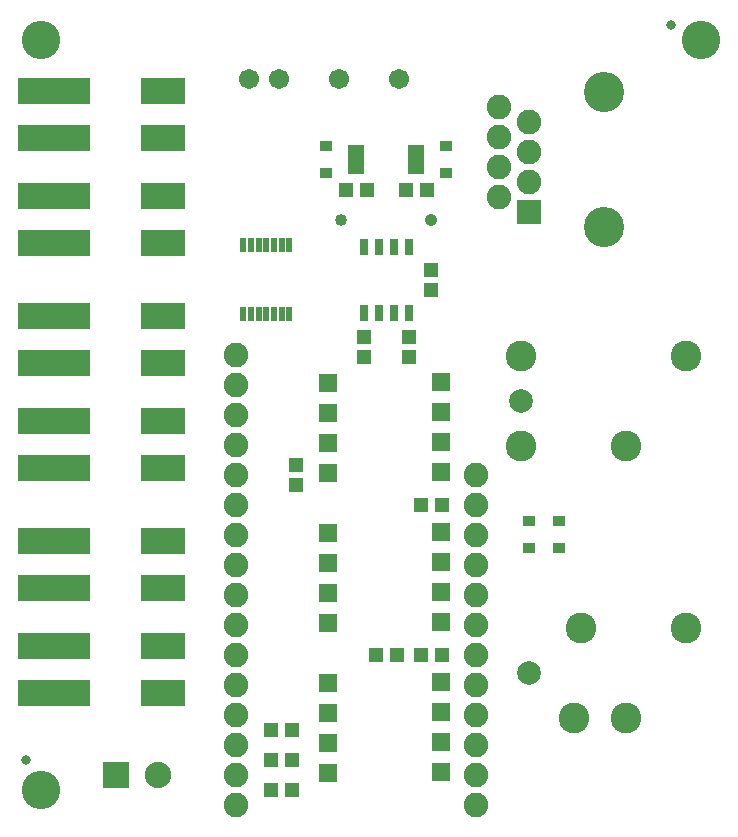
<source format=gts>
G75*
%MOIN*%
%OFA0B0*%
%FSLAX25Y25*%
%IPPOS*%
%LPD*%
%AMOC8*
5,1,8,0,0,1.08239X$1,22.5*
%
%ADD10C,0.08200*%
%ADD11R,0.06312X0.05918*%
%ADD12R,0.03162X0.05524*%
%ADD13C,0.04000*%
%ADD14C,0.04123*%
%ADD15R,0.05131X0.04737*%
%ADD16C,0.06706*%
%ADD17R,0.04737X0.05131*%
%ADD18R,0.08200X0.08200*%
%ADD19C,0.13398*%
%ADD20C,0.10250*%
%ADD21C,0.07887*%
%ADD22R,0.05800X0.03300*%
%ADD23R,0.04068X0.03280*%
%ADD24R,0.14580X0.08674*%
%ADD25R,0.24422X0.08674*%
%ADD26R,0.08800X0.08800*%
%ADD27C,0.08800*%
%ADD28R,0.02000X0.04700*%
%ADD29C,0.12800*%
%ADD30C,0.03300*%
D10*
X0168333Y0040000D03*
X0168333Y0050000D03*
X0168333Y0060000D03*
X0168333Y0070000D03*
X0168333Y0080000D03*
X0168333Y0090000D03*
X0168333Y0100000D03*
X0168333Y0110000D03*
X0168333Y0120000D03*
X0168333Y0130000D03*
X0168333Y0140000D03*
X0168333Y0150000D03*
X0168333Y0160000D03*
X0168333Y0170000D03*
X0168333Y0180000D03*
X0168333Y0190000D03*
X0248333Y0150000D03*
X0248333Y0140000D03*
X0248333Y0130000D03*
X0248333Y0120000D03*
X0248333Y0110000D03*
X0248333Y0100000D03*
X0248333Y0090000D03*
X0248333Y0080000D03*
X0248333Y0070000D03*
X0248333Y0060000D03*
X0248333Y0050000D03*
X0248333Y0040000D03*
X0255833Y0242500D03*
X0265833Y0247500D03*
X0255833Y0252500D03*
X0265833Y0257500D03*
X0255833Y0262500D03*
X0265833Y0267500D03*
X0255833Y0272500D03*
D11*
X0236361Y0180909D03*
X0236361Y0170909D03*
X0236361Y0160909D03*
X0236361Y0150909D03*
X0236365Y0130866D03*
X0236365Y0120866D03*
X0236365Y0110866D03*
X0236365Y0100866D03*
X0236365Y0080866D03*
X0236365Y0070866D03*
X0236365Y0060866D03*
X0236365Y0050866D03*
X0198806Y0050591D03*
X0198806Y0060591D03*
X0198806Y0070591D03*
X0198806Y0080591D03*
X0198806Y0100591D03*
X0198806Y0110591D03*
X0198806Y0120591D03*
X0198806Y0130591D03*
X0198802Y0150634D03*
X0198802Y0160634D03*
X0198802Y0170634D03*
X0198802Y0180634D03*
D12*
X0210833Y0203976D03*
X0215833Y0203976D03*
X0220833Y0203976D03*
X0225833Y0203976D03*
X0225833Y0226024D03*
X0220833Y0226024D03*
X0215833Y0226024D03*
X0210833Y0226024D03*
D13*
X0203333Y0235000D03*
D14*
X0233333Y0235000D03*
D15*
X0231680Y0245000D03*
X0224987Y0245000D03*
X0211680Y0245000D03*
X0204987Y0245000D03*
X0229987Y0140000D03*
X0236680Y0140000D03*
X0236680Y0090000D03*
X0229987Y0090000D03*
X0221680Y0090000D03*
X0214987Y0090000D03*
X0186680Y0065000D03*
X0179987Y0065000D03*
X0179987Y0055000D03*
X0186680Y0055000D03*
X0186680Y0045000D03*
X0179987Y0045000D03*
D16*
X0182625Y0281811D03*
X0172625Y0281811D03*
X0202625Y0281811D03*
X0222625Y0281811D03*
D17*
X0233333Y0218346D03*
X0233333Y0211654D03*
X0225833Y0195846D03*
X0225833Y0189154D03*
X0210833Y0189154D03*
X0210833Y0195846D03*
X0188333Y0153346D03*
X0188333Y0146654D03*
D18*
X0265833Y0237500D03*
D19*
X0290833Y0232500D03*
X0290833Y0277500D03*
D20*
X0263333Y0189449D03*
X0263333Y0159449D03*
X0298333Y0159449D03*
X0318333Y0189449D03*
X0318333Y0098949D03*
X0283333Y0098949D03*
X0280833Y0068949D03*
X0298333Y0068949D03*
D21*
X0265833Y0083949D03*
X0263333Y0174449D03*
D22*
X0228333Y0251800D03*
X0228333Y0255000D03*
X0228333Y0258200D03*
X0208333Y0258200D03*
X0208333Y0255000D03*
X0208333Y0251800D03*
D23*
X0198333Y0250472D03*
X0198333Y0259528D03*
X0238333Y0259528D03*
X0238333Y0250472D03*
X0265833Y0134528D03*
X0265833Y0125472D03*
X0275833Y0125472D03*
X0275833Y0134528D03*
D24*
X0144003Y0127874D03*
X0144003Y0112126D03*
X0144003Y0092874D03*
X0144003Y0077126D03*
X0144003Y0152126D03*
X0144003Y0167874D03*
X0144003Y0187126D03*
X0144003Y0202874D03*
X0144003Y0227126D03*
X0144003Y0242874D03*
X0144003Y0262126D03*
X0144003Y0277874D03*
D25*
X0107585Y0277874D03*
X0107585Y0262126D03*
X0107585Y0242874D03*
X0107585Y0227126D03*
X0107585Y0202874D03*
X0107585Y0187126D03*
X0107585Y0167874D03*
X0107585Y0152126D03*
X0107585Y0127874D03*
X0107585Y0112126D03*
X0107585Y0092874D03*
X0107585Y0077126D03*
D26*
X0128333Y0050000D03*
D27*
X0142113Y0050000D03*
D28*
X0170656Y0203513D03*
X0173215Y0203513D03*
X0175774Y0203513D03*
X0178333Y0203513D03*
X0180892Y0203513D03*
X0183451Y0203513D03*
X0186010Y0203513D03*
X0186010Y0226487D03*
X0183451Y0226487D03*
X0180892Y0226487D03*
X0178333Y0226487D03*
X0175774Y0226487D03*
X0173215Y0226487D03*
X0170656Y0226487D03*
D29*
X0103333Y0295000D03*
X0323333Y0295000D03*
X0103333Y0045000D03*
D30*
X0098333Y0055000D03*
X0313333Y0300000D03*
M02*

</source>
